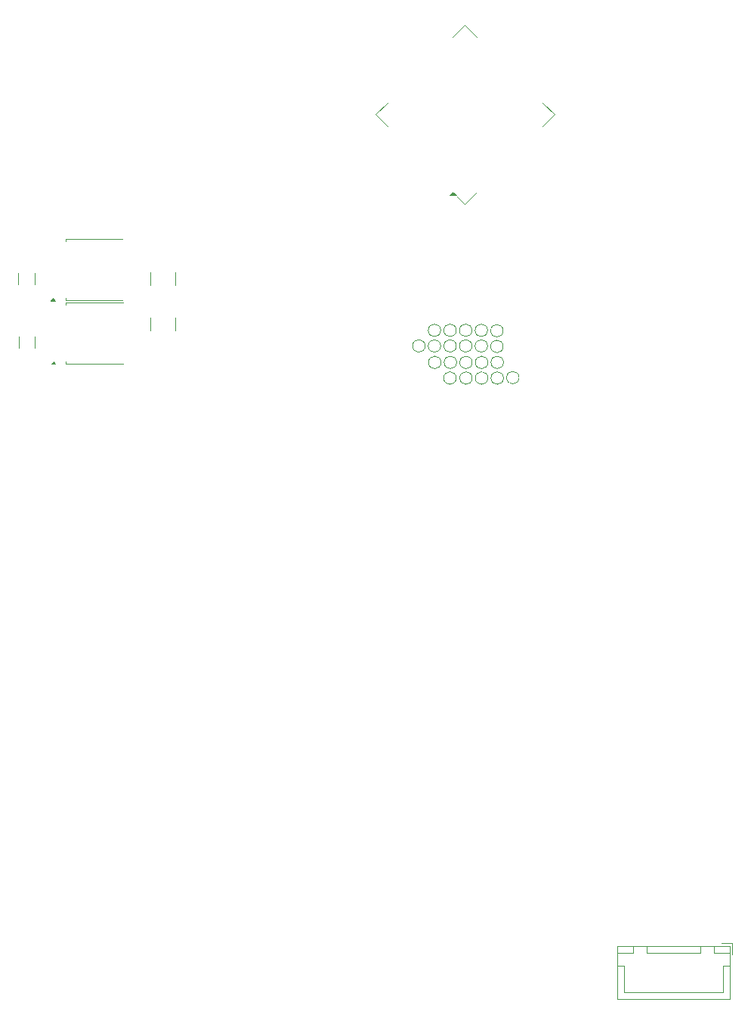
<source format=gbr>
%TF.GenerationSoftware,KiCad,Pcbnew,7.0.11*%
%TF.CreationDate,2025-03-06T22:48:18+09:00*%
%TF.ProjectId,IO,494f2e6b-6963-4616-945f-706362585858,rev?*%
%TF.SameCoordinates,Original*%
%TF.FileFunction,Legend,Bot*%
%TF.FilePolarity,Positive*%
%FSLAX46Y46*%
G04 Gerber Fmt 4.6, Leading zero omitted, Abs format (unit mm)*
G04 Created by KiCad (PCBNEW 7.0.11) date 2025-03-06 22:48:18*
%MOMM*%
%LPD*%
G01*
G04 APERTURE LIST*
%ADD10C,0.120000*%
G04 APERTURE END LIST*
D10*
%TO.C,J2*%
X173310000Y-133315000D02*
X173310000Y-134565000D01*
X173020000Y-139575000D02*
X160400000Y-139575000D01*
X173020000Y-133605000D02*
X173020000Y-139575000D01*
X173010000Y-135865000D02*
X172260000Y-135865000D01*
X173010000Y-134365000D02*
X171210000Y-134365000D01*
X173010000Y-133615000D02*
X173010000Y-134365000D01*
X172260000Y-138815000D02*
X166710000Y-138815000D01*
X172260000Y-135865000D02*
X172260000Y-138815000D01*
X172060000Y-133315000D02*
X173310000Y-133315000D01*
X171210000Y-134365000D02*
X171210000Y-133615000D01*
X171210000Y-133615000D02*
X173010000Y-133615000D01*
X169710000Y-134365000D02*
X163710000Y-134365000D01*
X169710000Y-133615000D02*
X169710000Y-134365000D01*
X163710000Y-134365000D02*
X163710000Y-133615000D01*
X163710000Y-133615000D02*
X169710000Y-133615000D01*
X162210000Y-134365000D02*
X160410000Y-134365000D01*
X162210000Y-133615000D02*
X162210000Y-134365000D01*
X161160000Y-138815000D02*
X166710000Y-138815000D01*
X161160000Y-135865000D02*
X161160000Y-138815000D01*
X160410000Y-135865000D02*
X161160000Y-135865000D01*
X160410000Y-134365000D02*
X160410000Y-133615000D01*
X160410000Y-133615000D02*
X162210000Y-133615000D01*
X160400000Y-139575000D02*
X160400000Y-133605000D01*
X160400000Y-133605000D02*
X173020000Y-133605000D01*
%TO.C,J15*%
X142399999Y-68300001D02*
G75*
G03*
X140999999Y-68300001I-700000J0D01*
G01*
X140999999Y-68300001D02*
G75*
G03*
X142399999Y-68300001I700000J0D01*
G01*
%TO.C,J19*%
X147650000Y-68300001D02*
G75*
G03*
X146250000Y-68300001I-700000J0D01*
G01*
X146250000Y-68300001D02*
G75*
G03*
X147650000Y-68300001I700000J0D01*
G01*
%TO.C,C2*%
X93314000Y-66669000D02*
X93314000Y-65411000D01*
X95154000Y-66669000D02*
X95154000Y-65411000D01*
%TO.C,J8*%
X138866116Y-66456675D02*
G75*
G03*
X137466116Y-66456675I-700000J0D01*
G01*
X137466116Y-66456675D02*
G75*
G03*
X138866116Y-66456675I700000J0D01*
G01*
%TO.C,J17*%
X142349998Y-70050001D02*
G75*
G03*
X140949998Y-70050001I-700000J0D01*
G01*
X140949998Y-70050001D02*
G75*
G03*
X142349998Y-70050001I700000J0D01*
G01*
%TO.C,J10*%
X147616116Y-64756676D02*
G75*
G03*
X146216116Y-64756676I-700000J0D01*
G01*
X146216116Y-64756676D02*
G75*
G03*
X147616116Y-64756676I700000J0D01*
G01*
%TO.C,J18*%
X145900000Y-70050000D02*
G75*
G03*
X144500000Y-70050000I-700000J0D01*
G01*
X144500000Y-70050000D02*
G75*
G03*
X145900000Y-70050000I700000J0D01*
G01*
%TO.C,C1*%
X110834000Y-63296748D02*
X110834000Y-64719252D01*
X108114000Y-63296748D02*
X108114000Y-64719252D01*
%TO.C,J1*%
X144116117Y-66456675D02*
G75*
G03*
X142716117Y-66456675I-700000J0D01*
G01*
X142716117Y-66456675D02*
G75*
G03*
X144116117Y-66456675I700000J0D01*
G01*
%TO.C,U2*%
X98554000Y-54462000D02*
X98554000Y-54732000D01*
X98554000Y-61362000D02*
X98554000Y-61092000D01*
X104974000Y-54462000D02*
X98554000Y-54462000D01*
X104974000Y-61362000D02*
X98554000Y-61362000D01*
X97374000Y-61382000D02*
X96894000Y-61382000D01*
X97134000Y-61052000D01*
X97374000Y-61382000D01*
G36*
X97374000Y-61382000D02*
G01*
X96894000Y-61382000D01*
X97134000Y-61052000D01*
X97374000Y-61382000D01*
G37*
%TO.C,C3*%
X108114000Y-59639252D02*
X108114000Y-58216748D01*
X110834000Y-59639252D02*
X110834000Y-58216748D01*
%TO.C,J12*%
X145900000Y-68300000D02*
G75*
G03*
X144500000Y-68300000I-700000J0D01*
G01*
X144500000Y-68300000D02*
G75*
G03*
X145900000Y-68300000I700000J0D01*
G01*
%TO.C,U1*%
X98622000Y-61571500D02*
X98622000Y-61841500D01*
X98622000Y-68471500D02*
X98622000Y-68201500D01*
X105042000Y-61571500D02*
X98622000Y-61571500D01*
X105042000Y-68471500D02*
X98622000Y-68471500D01*
X97442000Y-68491500D02*
X96962000Y-68491500D01*
X97202000Y-68161500D01*
X97442000Y-68491500D01*
G36*
X97442000Y-68491500D02*
G01*
X96962000Y-68491500D01*
X97202000Y-68161500D01*
X97442000Y-68491500D01*
G37*
%TO.C,J9*%
X140616116Y-64706675D02*
G75*
G03*
X139216116Y-64706675I-700000J0D01*
G01*
X139216116Y-64706675D02*
G75*
G03*
X140616116Y-64706675I700000J0D01*
G01*
%TO.C,J14*%
X144150000Y-68300000D02*
G75*
G03*
X142750000Y-68300000I-700000J0D01*
G01*
X142750000Y-68300000D02*
G75*
G03*
X144150000Y-68300000I700000J0D01*
G01*
%TO.C,J20*%
X147650000Y-70050000D02*
G75*
G03*
X146250000Y-70050000I-700000J0D01*
G01*
X146250000Y-70050000D02*
G75*
G03*
X147650000Y-70050000I700000J0D01*
G01*
%TO.C,J3*%
X142366116Y-64706675D02*
G75*
G03*
X140966116Y-64706675I-700000J0D01*
G01*
X140966116Y-64706675D02*
G75*
G03*
X142366116Y-64706675I700000J0D01*
G01*
%TO.C,C4*%
X93294000Y-59577000D02*
X93294000Y-58319000D01*
X95134000Y-59577000D02*
X95134000Y-58319000D01*
%TO.C,J4*%
X144116116Y-64706676D02*
G75*
G03*
X142716116Y-64706676I-700000J0D01*
G01*
X142716116Y-64706676D02*
G75*
G03*
X144116116Y-64706676I700000J0D01*
G01*
%TO.C,J5*%
X145866117Y-66456676D02*
G75*
G03*
X144466117Y-66456676I-700000J0D01*
G01*
X144466117Y-66456676D02*
G75*
G03*
X145866117Y-66456676I700000J0D01*
G01*
%TO.C,J21*%
X149399999Y-70000001D02*
G75*
G03*
X147999999Y-70000001I-700000J0D01*
G01*
X147999999Y-70000001D02*
G75*
G03*
X149399999Y-70000001I700000J0D01*
G01*
%TO.C,J7*%
X140616116Y-66456675D02*
G75*
G03*
X139216116Y-66456675I-700000J0D01*
G01*
X139216116Y-66456675D02*
G75*
G03*
X140616116Y-66456675I700000J0D01*
G01*
%TO.C,J6*%
X145866117Y-64706676D02*
G75*
G03*
X144466117Y-64706676I-700000J0D01*
G01*
X144466117Y-64706676D02*
G75*
G03*
X145866117Y-64706676I700000J0D01*
G01*
%TO.C,U3*%
X133279099Y-40543836D02*
X134622602Y-39200333D01*
X134622602Y-41887339D02*
X133279099Y-40543836D01*
X143320015Y-50584752D02*
X142471487Y-49736224D01*
X144663518Y-49241249D02*
X143320015Y-50584752D01*
X141976512Y-31846423D02*
X143320015Y-30502920D01*
X152017428Y-41887339D02*
X153360931Y-40543836D01*
X143320015Y-30502920D02*
X144663518Y-31846423D01*
X153360931Y-40543836D02*
X152017428Y-39200333D01*
X142330066Y-49594803D02*
X141622959Y-49594803D01*
X141976512Y-49241249D01*
X142330066Y-49594803D01*
G36*
X142330066Y-49594803D02*
G01*
X141622959Y-49594803D01*
X141976512Y-49241249D01*
X142330066Y-49594803D01*
G37*
%TO.C,J22*%
X147616116Y-66506676D02*
G75*
G03*
X146216116Y-66506676I-700000J0D01*
G01*
X146216116Y-66506676D02*
G75*
G03*
X147616116Y-66506676I700000J0D01*
G01*
%TO.C,J13*%
X144150000Y-70050000D02*
G75*
G03*
X142750000Y-70050000I-700000J0D01*
G01*
X142750000Y-70050000D02*
G75*
G03*
X144150000Y-70050000I700000J0D01*
G01*
%TO.C,J2*%
X142366116Y-66456675D02*
G75*
G03*
X140966116Y-66456675I-700000J0D01*
G01*
X140966116Y-66456675D02*
G75*
G03*
X142366116Y-66456675I700000J0D01*
G01*
%TO.C,J16*%
X140650000Y-68299999D02*
G75*
G03*
X139250000Y-68299999I-700000J0D01*
G01*
X139250000Y-68299999D02*
G75*
G03*
X140650000Y-68299999I700000J0D01*
G01*
%TD*%
M02*

</source>
